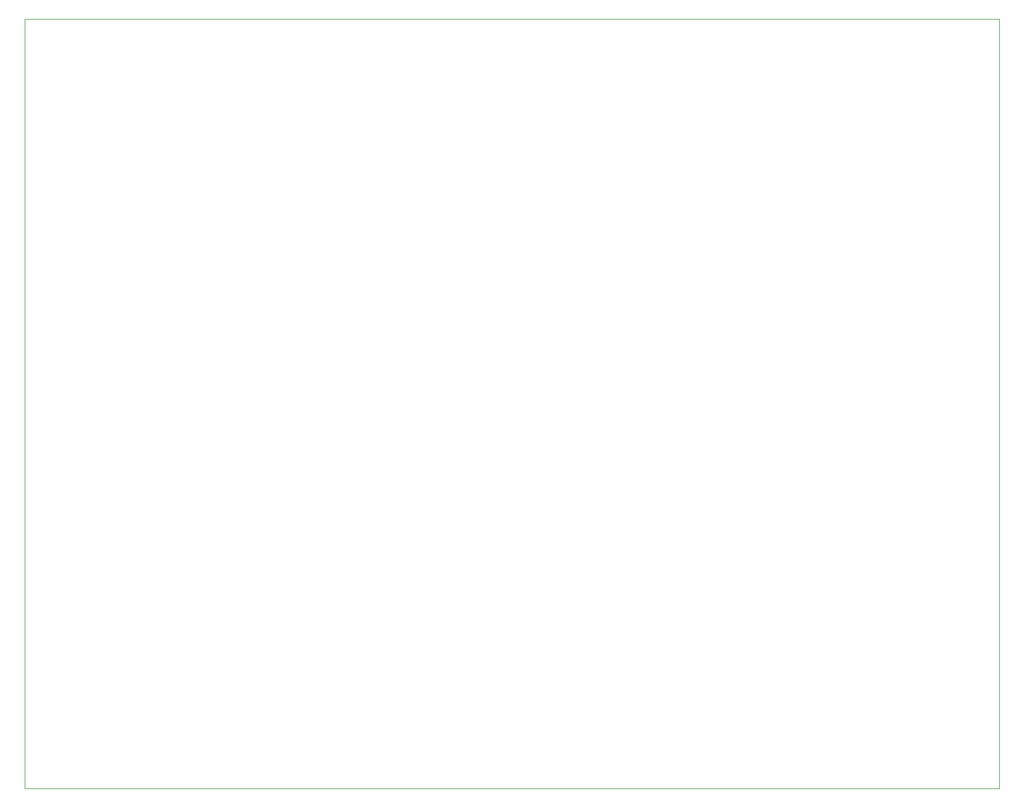
<source format=gbr>
%TF.GenerationSoftware,KiCad,Pcbnew,(7.0.0)*%
%TF.CreationDate,2023-03-13T20:07:15-03:00*%
%TF.ProjectId,Acionamento BLDC,4163696f-6e61-46d6-956e-746f20424c44,rev?*%
%TF.SameCoordinates,PX3f58108PY8a12ae0*%
%TF.FileFunction,Profile,NP*%
%FSLAX46Y46*%
G04 Gerber Fmt 4.6, Leading zero omitted, Abs format (unit mm)*
G04 Created by KiCad (PCBNEW (7.0.0)) date 2023-03-13 20:07:15*
%MOMM*%
%LPD*%
G01*
G04 APERTURE LIST*
%TA.AperFunction,Profile*%
%ADD10C,0.100000*%
%TD*%
G04 APERTURE END LIST*
D10*
X0Y0D02*
X0Y113322111D01*
X143510000Y0D02*
X0Y0D01*
X143510000Y0D02*
X143510000Y113322111D01*
X143510000Y113322111D02*
X0Y113322111D01*
M02*

</source>
